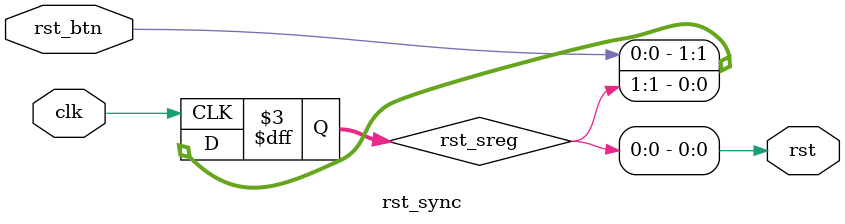
<source format=sv>
`timescale 1ns / 1ps

module rst_sync(
    input logic clk, rst_btn,
    output logic rst
    );
    
logic [1:0] rst_sreg=0; //2FF synchronizer

assign rst = rst_sreg[0];

// synch reset button
always_ff@(posedge clk)
   rst_sreg <= {rst_btn, rst_sreg[1]};

endmodule

</source>
